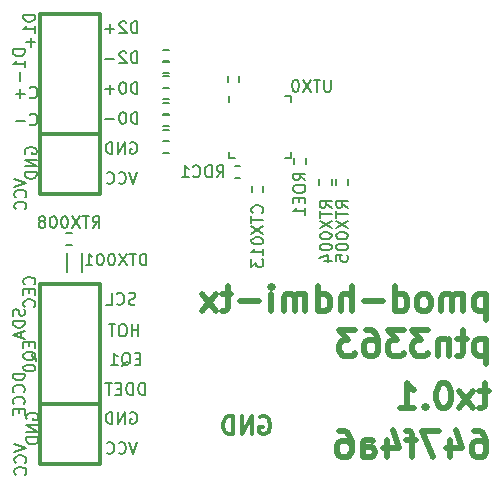
<source format=gbo>
G04 #@! TF.FileFunction,Legend,Bot*
%FSLAX46Y46*%
G04 Gerber Fmt 4.6, Leading zero omitted, Abs format (unit mm)*
G04 Created by KiCad (PCBNEW 4.0.6-e0-6349~53~ubuntu14.04.1) date Sat Jul 15 18:22:04 2017*
%MOMM*%
%LPD*%
G01*
G04 APERTURE LIST*
%ADD10C,0.350000*%
%ADD11C,0.300000*%
%ADD12C,0.539750*%
%ADD13C,0.150000*%
%ADD14C,0.304800*%
G04 APERTURE END LIST*
D10*
D11*
X101536357Y-106882500D02*
X101679214Y-106811071D01*
X101893500Y-106811071D01*
X102107785Y-106882500D01*
X102250643Y-107025357D01*
X102322071Y-107168214D01*
X102393500Y-107453929D01*
X102393500Y-107668214D01*
X102322071Y-107953929D01*
X102250643Y-108096786D01*
X102107785Y-108239643D01*
X101893500Y-108311071D01*
X101750643Y-108311071D01*
X101536357Y-108239643D01*
X101464928Y-108168214D01*
X101464928Y-107668214D01*
X101750643Y-107668214D01*
X100822071Y-108311071D02*
X100822071Y-106811071D01*
X99964928Y-108311071D01*
X99964928Y-106811071D01*
X99250642Y-108311071D02*
X99250642Y-106811071D01*
X98893499Y-106811071D01*
X98679214Y-106882500D01*
X98536356Y-107025357D01*
X98464928Y-107168214D01*
X98393499Y-107453929D01*
X98393499Y-107668214D01*
X98464928Y-107953929D01*
X98536356Y-108096786D01*
X98679214Y-108239643D01*
X98893499Y-108311071D01*
X99250642Y-108311071D01*
D12*
X119667867Y-108063090D02*
X120079105Y-108063090D01*
X120284724Y-108165900D01*
X120387533Y-108268710D01*
X120593152Y-108577138D01*
X120695962Y-108988376D01*
X120695962Y-109810852D01*
X120593152Y-110016471D01*
X120490343Y-110119281D01*
X120284724Y-110222090D01*
X119873486Y-110222090D01*
X119667867Y-110119281D01*
X119565057Y-110016471D01*
X119462248Y-109810852D01*
X119462248Y-109296805D01*
X119565057Y-109091186D01*
X119667867Y-108988376D01*
X119873486Y-108885567D01*
X120284724Y-108885567D01*
X120490343Y-108988376D01*
X120593152Y-109091186D01*
X120695962Y-109296805D01*
X117611677Y-108782757D02*
X117611677Y-110222090D01*
X118125724Y-107960281D02*
X118639772Y-109502424D01*
X117303248Y-109502424D01*
X116686391Y-108063090D02*
X115247058Y-108063090D01*
X116172344Y-110222090D01*
X114733011Y-108782757D02*
X113910535Y-108782757D01*
X114424582Y-110222090D02*
X114424582Y-108371519D01*
X114321773Y-108165900D01*
X114116154Y-108063090D01*
X113910535Y-108063090D01*
X112265583Y-108782757D02*
X112265583Y-110222090D01*
X112779630Y-107960281D02*
X113293678Y-109502424D01*
X111957154Y-109502424D01*
X110209393Y-110222090D02*
X110209393Y-109091186D01*
X110312202Y-108885567D01*
X110517821Y-108782757D01*
X110929059Y-108782757D01*
X111134678Y-108885567D01*
X110209393Y-110119281D02*
X110415012Y-110222090D01*
X110929059Y-110222090D01*
X111134678Y-110119281D01*
X111237488Y-109913662D01*
X111237488Y-109708043D01*
X111134678Y-109502424D01*
X110929059Y-109399614D01*
X110415012Y-109399614D01*
X110209393Y-109296805D01*
X108256012Y-108063090D02*
X108667250Y-108063090D01*
X108872869Y-108165900D01*
X108975678Y-108268710D01*
X109181297Y-108577138D01*
X109284107Y-108988376D01*
X109284107Y-109810852D01*
X109181297Y-110016471D01*
X109078488Y-110119281D01*
X108872869Y-110222090D01*
X108461631Y-110222090D01*
X108256012Y-110119281D01*
X108153202Y-110016471D01*
X108050393Y-109810852D01*
X108050393Y-109296805D01*
X108153202Y-109091186D01*
X108256012Y-108988376D01*
X108461631Y-108885567D01*
X108872869Y-108885567D01*
X109078488Y-108988376D01*
X109181297Y-109091186D01*
X109284107Y-109296805D01*
X120876181Y-104693357D02*
X120053705Y-104693357D01*
X120567752Y-103973690D02*
X120567752Y-105824262D01*
X120464943Y-106029881D01*
X120259324Y-106132690D01*
X120053705Y-106132690D01*
X119539657Y-106132690D02*
X118408753Y-104693357D01*
X119539657Y-104693357D02*
X118408753Y-106132690D01*
X117175038Y-103973690D02*
X116969419Y-103973690D01*
X116763800Y-104076500D01*
X116660991Y-104179310D01*
X116558181Y-104384929D01*
X116455372Y-104796167D01*
X116455372Y-105310214D01*
X116558181Y-105721452D01*
X116660991Y-105927071D01*
X116763800Y-106029881D01*
X116969419Y-106132690D01*
X117175038Y-106132690D01*
X117380657Y-106029881D01*
X117483467Y-105927071D01*
X117586276Y-105721452D01*
X117689086Y-105310214D01*
X117689086Y-104796167D01*
X117586276Y-104384929D01*
X117483467Y-104179310D01*
X117380657Y-104076500D01*
X117175038Y-103973690D01*
X115530086Y-105927071D02*
X115427277Y-106029881D01*
X115530086Y-106132690D01*
X115632896Y-106029881D01*
X115530086Y-105927071D01*
X115530086Y-106132690D01*
X113371087Y-106132690D02*
X114604801Y-106132690D01*
X113987944Y-106132690D02*
X113987944Y-103973690D01*
X114193563Y-104282119D01*
X114399182Y-104487738D01*
X114604801Y-104590548D01*
X120694752Y-96454232D02*
X120694752Y-98613232D01*
X120694752Y-96557042D02*
X120489133Y-96454232D01*
X120077895Y-96454232D01*
X119872276Y-96557042D01*
X119769467Y-96659851D01*
X119666657Y-96865470D01*
X119666657Y-97482327D01*
X119769467Y-97687946D01*
X119872276Y-97790756D01*
X120077895Y-97893565D01*
X120489133Y-97893565D01*
X120694752Y-97790756D01*
X118741371Y-97893565D02*
X118741371Y-96454232D01*
X118741371Y-96659851D02*
X118638562Y-96557042D01*
X118432943Y-96454232D01*
X118124514Y-96454232D01*
X117918895Y-96557042D01*
X117816086Y-96762661D01*
X117816086Y-97893565D01*
X117816086Y-96762661D02*
X117713276Y-96557042D01*
X117507657Y-96454232D01*
X117199229Y-96454232D01*
X116993609Y-96557042D01*
X116890800Y-96762661D01*
X116890800Y-97893565D01*
X115554276Y-97893565D02*
X115759895Y-97790756D01*
X115862704Y-97687946D01*
X115965514Y-97482327D01*
X115965514Y-96865470D01*
X115862704Y-96659851D01*
X115759895Y-96557042D01*
X115554276Y-96454232D01*
X115245847Y-96454232D01*
X115040228Y-96557042D01*
X114937419Y-96659851D01*
X114834609Y-96865470D01*
X114834609Y-97482327D01*
X114937419Y-97687946D01*
X115040228Y-97790756D01*
X115245847Y-97893565D01*
X115554276Y-97893565D01*
X112984038Y-97893565D02*
X112984038Y-95734565D01*
X112984038Y-97790756D02*
X113189657Y-97893565D01*
X113600895Y-97893565D01*
X113806514Y-97790756D01*
X113909323Y-97687946D01*
X114012133Y-97482327D01*
X114012133Y-96865470D01*
X113909323Y-96659851D01*
X113806514Y-96557042D01*
X113600895Y-96454232D01*
X113189657Y-96454232D01*
X112984038Y-96557042D01*
X111955942Y-97071089D02*
X110310990Y-97071089D01*
X109282894Y-97893565D02*
X109282894Y-95734565D01*
X108357609Y-97893565D02*
X108357609Y-96762661D01*
X108460418Y-96557042D01*
X108666037Y-96454232D01*
X108974466Y-96454232D01*
X109180085Y-96557042D01*
X109282894Y-96659851D01*
X106404228Y-97893565D02*
X106404228Y-95734565D01*
X106404228Y-97790756D02*
X106609847Y-97893565D01*
X107021085Y-97893565D01*
X107226704Y-97790756D01*
X107329513Y-97687946D01*
X107432323Y-97482327D01*
X107432323Y-96865470D01*
X107329513Y-96659851D01*
X107226704Y-96557042D01*
X107021085Y-96454232D01*
X106609847Y-96454232D01*
X106404228Y-96557042D01*
X105376132Y-97893565D02*
X105376132Y-96454232D01*
X105376132Y-96659851D02*
X105273323Y-96557042D01*
X105067704Y-96454232D01*
X104759275Y-96454232D01*
X104553656Y-96557042D01*
X104450847Y-96762661D01*
X104450847Y-97893565D01*
X104450847Y-96762661D02*
X104348037Y-96557042D01*
X104142418Y-96454232D01*
X103833990Y-96454232D01*
X103628370Y-96557042D01*
X103525561Y-96762661D01*
X103525561Y-97893565D01*
X102497465Y-97893565D02*
X102497465Y-96454232D01*
X102497465Y-95734565D02*
X102600275Y-95837375D01*
X102497465Y-95940185D01*
X102394656Y-95837375D01*
X102497465Y-95734565D01*
X102497465Y-95940185D01*
X101469370Y-97071089D02*
X99824418Y-97071089D01*
X99104751Y-96454232D02*
X98282275Y-96454232D01*
X98796322Y-95734565D02*
X98796322Y-97585137D01*
X98693513Y-97790756D01*
X98487894Y-97893565D01*
X98282275Y-97893565D01*
X97768227Y-97893565D02*
X96637323Y-96454232D01*
X97768227Y-96454232D02*
X96637323Y-97893565D01*
X120694752Y-100232482D02*
X120694752Y-102391482D01*
X120694752Y-100335292D02*
X120489133Y-100232482D01*
X120077895Y-100232482D01*
X119872276Y-100335292D01*
X119769467Y-100438101D01*
X119666657Y-100643720D01*
X119666657Y-101260577D01*
X119769467Y-101466196D01*
X119872276Y-101569006D01*
X120077895Y-101671815D01*
X120489133Y-101671815D01*
X120694752Y-101569006D01*
X119049800Y-100232482D02*
X118227324Y-100232482D01*
X118741371Y-99512815D02*
X118741371Y-101363387D01*
X118638562Y-101569006D01*
X118432943Y-101671815D01*
X118227324Y-101671815D01*
X117507657Y-100232482D02*
X117507657Y-101671815D01*
X117507657Y-100438101D02*
X117404848Y-100335292D01*
X117199229Y-100232482D01*
X116890800Y-100232482D01*
X116685181Y-100335292D01*
X116582372Y-100540911D01*
X116582372Y-101671815D01*
X115759895Y-99512815D02*
X114423372Y-99512815D01*
X115143038Y-100335292D01*
X114834610Y-100335292D01*
X114628991Y-100438101D01*
X114526181Y-100540911D01*
X114423372Y-100746530D01*
X114423372Y-101260577D01*
X114526181Y-101466196D01*
X114628991Y-101569006D01*
X114834610Y-101671815D01*
X115451467Y-101671815D01*
X115657086Y-101569006D01*
X115759895Y-101466196D01*
X113703705Y-99512815D02*
X112367182Y-99512815D01*
X113086848Y-100335292D01*
X112778420Y-100335292D01*
X112572801Y-100438101D01*
X112469991Y-100540911D01*
X112367182Y-100746530D01*
X112367182Y-101260577D01*
X112469991Y-101466196D01*
X112572801Y-101569006D01*
X112778420Y-101671815D01*
X113395277Y-101671815D01*
X113600896Y-101569006D01*
X113703705Y-101466196D01*
X110516611Y-99512815D02*
X110927849Y-99512815D01*
X111133468Y-99615625D01*
X111236277Y-99718435D01*
X111441896Y-100026863D01*
X111544706Y-100438101D01*
X111544706Y-101260577D01*
X111441896Y-101466196D01*
X111339087Y-101569006D01*
X111133468Y-101671815D01*
X110722230Y-101671815D01*
X110516611Y-101569006D01*
X110413801Y-101466196D01*
X110310992Y-101260577D01*
X110310992Y-100746530D01*
X110413801Y-100540911D01*
X110516611Y-100438101D01*
X110722230Y-100335292D01*
X111133468Y-100335292D01*
X111339087Y-100438101D01*
X111441896Y-100540911D01*
X111544706Y-100746530D01*
X109591325Y-99512815D02*
X108254802Y-99512815D01*
X108974468Y-100335292D01*
X108666040Y-100335292D01*
X108460421Y-100438101D01*
X108357611Y-100540911D01*
X108254802Y-100746530D01*
X108254802Y-101260577D01*
X108357611Y-101466196D01*
X108460421Y-101569006D01*
X108666040Y-101671815D01*
X109282897Y-101671815D01*
X109488516Y-101569006D01*
X109591325Y-101466196D01*
D13*
X91765238Y-104973381D02*
X91765238Y-103973381D01*
X91527143Y-103973381D01*
X91384285Y-104021000D01*
X91289047Y-104116238D01*
X91241428Y-104211476D01*
X91193809Y-104401952D01*
X91193809Y-104544810D01*
X91241428Y-104735286D01*
X91289047Y-104830524D01*
X91384285Y-104925762D01*
X91527143Y-104973381D01*
X91765238Y-104973381D01*
X90765238Y-104973381D02*
X90765238Y-103973381D01*
X90527143Y-103973381D01*
X90384285Y-104021000D01*
X90289047Y-104116238D01*
X90241428Y-104211476D01*
X90193809Y-104401952D01*
X90193809Y-104544810D01*
X90241428Y-104735286D01*
X90289047Y-104830524D01*
X90384285Y-104925762D01*
X90527143Y-104973381D01*
X90765238Y-104973381D01*
X89765238Y-104449571D02*
X89431904Y-104449571D01*
X89289047Y-104973381D02*
X89765238Y-104973381D01*
X89765238Y-103973381D01*
X89289047Y-103973381D01*
X89003333Y-103973381D02*
X88431904Y-103973381D01*
X88717619Y-104973381D02*
X88717619Y-103973381D01*
X91384286Y-101909571D02*
X91050952Y-101909571D01*
X90908095Y-102433381D02*
X91384286Y-102433381D01*
X91384286Y-101433381D01*
X90908095Y-101433381D01*
X89812857Y-102528619D02*
X89908095Y-102481000D01*
X90003333Y-102385762D01*
X90146190Y-102242905D01*
X90241429Y-102195286D01*
X90336667Y-102195286D01*
X90289048Y-102433381D02*
X90384286Y-102385762D01*
X90479524Y-102290524D01*
X90527143Y-102100048D01*
X90527143Y-101766714D01*
X90479524Y-101576238D01*
X90384286Y-101481000D01*
X90289048Y-101433381D01*
X90098571Y-101433381D01*
X90003333Y-101481000D01*
X89908095Y-101576238D01*
X89860476Y-101766714D01*
X89860476Y-102100048D01*
X89908095Y-102290524D01*
X90003333Y-102385762D01*
X90098571Y-102433381D01*
X90289048Y-102433381D01*
X88908095Y-102433381D02*
X89479524Y-102433381D01*
X89193810Y-102433381D02*
X89193810Y-101433381D01*
X89289048Y-101576238D01*
X89384286Y-101671476D01*
X89479524Y-101719095D01*
X91233476Y-100020381D02*
X91233476Y-99020381D01*
X91233476Y-99496571D02*
X90662047Y-99496571D01*
X90662047Y-100020381D02*
X90662047Y-99020381D01*
X89995381Y-99020381D02*
X89804904Y-99020381D01*
X89709666Y-99068000D01*
X89614428Y-99163238D01*
X89566809Y-99353714D01*
X89566809Y-99687048D01*
X89614428Y-99877524D01*
X89709666Y-99972762D01*
X89804904Y-100020381D01*
X89995381Y-100020381D01*
X90090619Y-99972762D01*
X90185857Y-99877524D01*
X90233476Y-99687048D01*
X90233476Y-99353714D01*
X90185857Y-99163238D01*
X90090619Y-99068000D01*
X89995381Y-99020381D01*
X89281095Y-99020381D02*
X88709666Y-99020381D01*
X88995381Y-100020381D02*
X88995381Y-99020381D01*
X82399143Y-95623143D02*
X82446762Y-95575524D01*
X82494381Y-95432667D01*
X82494381Y-95337429D01*
X82446762Y-95194571D01*
X82351524Y-95099333D01*
X82256286Y-95051714D01*
X82065810Y-95004095D01*
X81922952Y-95004095D01*
X81732476Y-95051714D01*
X81637238Y-95099333D01*
X81542000Y-95194571D01*
X81494381Y-95337429D01*
X81494381Y-95432667D01*
X81542000Y-95575524D01*
X81589619Y-95623143D01*
X81970571Y-96051714D02*
X81970571Y-96385048D01*
X82494381Y-96527905D02*
X82494381Y-96051714D01*
X81494381Y-96051714D01*
X81494381Y-96527905D01*
X82399143Y-97527905D02*
X82446762Y-97480286D01*
X82494381Y-97337429D01*
X82494381Y-97242191D01*
X82446762Y-97099333D01*
X82351524Y-97004095D01*
X82256286Y-96956476D01*
X82065810Y-96908857D01*
X81922952Y-96908857D01*
X81732476Y-96956476D01*
X81637238Y-97004095D01*
X81542000Y-97099333D01*
X81494381Y-97242191D01*
X81494381Y-97337429D01*
X81542000Y-97480286D01*
X81589619Y-97527905D01*
X81557762Y-97718714D02*
X81605381Y-97861571D01*
X81605381Y-98099667D01*
X81557762Y-98194905D01*
X81510143Y-98242524D01*
X81414905Y-98290143D01*
X81319667Y-98290143D01*
X81224429Y-98242524D01*
X81176810Y-98194905D01*
X81129190Y-98099667D01*
X81081571Y-97909190D01*
X81033952Y-97813952D01*
X80986333Y-97766333D01*
X80891095Y-97718714D01*
X80795857Y-97718714D01*
X80700619Y-97766333D01*
X80653000Y-97813952D01*
X80605381Y-97909190D01*
X80605381Y-98147286D01*
X80653000Y-98290143D01*
X81605381Y-98718714D02*
X80605381Y-98718714D01*
X80605381Y-98956809D01*
X80653000Y-99099667D01*
X80748238Y-99194905D01*
X80843476Y-99242524D01*
X81033952Y-99290143D01*
X81176810Y-99290143D01*
X81367286Y-99242524D01*
X81462524Y-99194905D01*
X81557762Y-99099667D01*
X81605381Y-98956809D01*
X81605381Y-98718714D01*
X81319667Y-99671095D02*
X81319667Y-100147286D01*
X81605381Y-99575857D02*
X80605381Y-99909190D01*
X81605381Y-100242524D01*
X81970571Y-100512714D02*
X81970571Y-100846048D01*
X82494381Y-100988905D02*
X82494381Y-100512714D01*
X81494381Y-100512714D01*
X81494381Y-100988905D01*
X82589619Y-102084143D02*
X82542000Y-101988905D01*
X82446762Y-101893667D01*
X82303905Y-101750810D01*
X82256286Y-101655571D01*
X82256286Y-101560333D01*
X82494381Y-101607952D02*
X82446762Y-101512714D01*
X82351524Y-101417476D01*
X82161048Y-101369857D01*
X81827714Y-101369857D01*
X81637238Y-101417476D01*
X81542000Y-101512714D01*
X81494381Y-101607952D01*
X81494381Y-101798429D01*
X81542000Y-101893667D01*
X81637238Y-101988905D01*
X81827714Y-102036524D01*
X82161048Y-102036524D01*
X82351524Y-101988905D01*
X82446762Y-101893667D01*
X82494381Y-101798429D01*
X82494381Y-101607952D01*
X81494381Y-102655571D02*
X81494381Y-102750810D01*
X81542000Y-102846048D01*
X81589619Y-102893667D01*
X81684857Y-102941286D01*
X81875333Y-102988905D01*
X82113429Y-102988905D01*
X82303905Y-102941286D01*
X82399143Y-102893667D01*
X82446762Y-102846048D01*
X82494381Y-102750810D01*
X82494381Y-102655571D01*
X82446762Y-102560333D01*
X82399143Y-102512714D01*
X82303905Y-102465095D01*
X82113429Y-102417476D01*
X81875333Y-102417476D01*
X81684857Y-102465095D01*
X81589619Y-102512714D01*
X81542000Y-102560333D01*
X81494381Y-102655571D01*
X81605381Y-103187714D02*
X80605381Y-103187714D01*
X80605381Y-103425809D01*
X80653000Y-103568667D01*
X80748238Y-103663905D01*
X80843476Y-103711524D01*
X81033952Y-103759143D01*
X81176810Y-103759143D01*
X81367286Y-103711524D01*
X81462524Y-103663905D01*
X81557762Y-103568667D01*
X81605381Y-103425809D01*
X81605381Y-103187714D01*
X81510143Y-104759143D02*
X81557762Y-104711524D01*
X81605381Y-104568667D01*
X81605381Y-104473429D01*
X81557762Y-104330571D01*
X81462524Y-104235333D01*
X81367286Y-104187714D01*
X81176810Y-104140095D01*
X81033952Y-104140095D01*
X80843476Y-104187714D01*
X80748238Y-104235333D01*
X80653000Y-104330571D01*
X80605381Y-104473429D01*
X80605381Y-104568667D01*
X80653000Y-104711524D01*
X80700619Y-104759143D01*
X81510143Y-105759143D02*
X81557762Y-105711524D01*
X81605381Y-105568667D01*
X81605381Y-105473429D01*
X81557762Y-105330571D01*
X81462524Y-105235333D01*
X81367286Y-105187714D01*
X81176810Y-105140095D01*
X81033952Y-105140095D01*
X80843476Y-105187714D01*
X80748238Y-105235333D01*
X80653000Y-105330571D01*
X80605381Y-105473429D01*
X80605381Y-105568667D01*
X80653000Y-105711524D01*
X80700619Y-105759143D01*
X81081571Y-106187714D02*
X81081571Y-106521048D01*
X81605381Y-106663905D02*
X81605381Y-106187714D01*
X80605381Y-106187714D01*
X80605381Y-106663905D01*
X81796000Y-107061096D02*
X81748381Y-106965858D01*
X81748381Y-106823001D01*
X81796000Y-106680143D01*
X81891238Y-106584905D01*
X81986476Y-106537286D01*
X82176952Y-106489667D01*
X82319810Y-106489667D01*
X82510286Y-106537286D01*
X82605524Y-106584905D01*
X82700762Y-106680143D01*
X82748381Y-106823001D01*
X82748381Y-106918239D01*
X82700762Y-107061096D01*
X82653143Y-107108715D01*
X82319810Y-107108715D01*
X82319810Y-106918239D01*
X82748381Y-107537286D02*
X81748381Y-107537286D01*
X82748381Y-108108715D01*
X81748381Y-108108715D01*
X82748381Y-108584905D02*
X81748381Y-108584905D01*
X81748381Y-108823000D01*
X81796000Y-108965858D01*
X81891238Y-109061096D01*
X81986476Y-109108715D01*
X82176952Y-109156334D01*
X82319810Y-109156334D01*
X82510286Y-109108715D01*
X82605524Y-109061096D01*
X82700762Y-108965858D01*
X82748381Y-108823000D01*
X82748381Y-108584905D01*
X80732381Y-109156667D02*
X81732381Y-109490000D01*
X80732381Y-109823334D01*
X81637143Y-110728096D02*
X81684762Y-110680477D01*
X81732381Y-110537620D01*
X81732381Y-110442382D01*
X81684762Y-110299524D01*
X81589524Y-110204286D01*
X81494286Y-110156667D01*
X81303810Y-110109048D01*
X81160952Y-110109048D01*
X80970476Y-110156667D01*
X80875238Y-110204286D01*
X80780000Y-110299524D01*
X80732381Y-110442382D01*
X80732381Y-110537620D01*
X80780000Y-110680477D01*
X80827619Y-110728096D01*
X81637143Y-111728096D02*
X81684762Y-111680477D01*
X81732381Y-111537620D01*
X81732381Y-111442382D01*
X81684762Y-111299524D01*
X81589524Y-111204286D01*
X81494286Y-111156667D01*
X81303810Y-111109048D01*
X81160952Y-111109048D01*
X80970476Y-111156667D01*
X80875238Y-111204286D01*
X80780000Y-111299524D01*
X80732381Y-111442382D01*
X80732381Y-111537620D01*
X80780000Y-111680477D01*
X80827619Y-111728096D01*
X80732381Y-86677667D02*
X81732381Y-87011000D01*
X80732381Y-87344334D01*
X81637143Y-88249096D02*
X81684762Y-88201477D01*
X81732381Y-88058620D01*
X81732381Y-87963382D01*
X81684762Y-87820524D01*
X81589524Y-87725286D01*
X81494286Y-87677667D01*
X81303810Y-87630048D01*
X81160952Y-87630048D01*
X80970476Y-87677667D01*
X80875238Y-87725286D01*
X80780000Y-87820524D01*
X80732381Y-87963382D01*
X80732381Y-88058620D01*
X80780000Y-88201477D01*
X80827619Y-88249096D01*
X81637143Y-89249096D02*
X81684762Y-89201477D01*
X81732381Y-89058620D01*
X81732381Y-88963382D01*
X81684762Y-88820524D01*
X81589524Y-88725286D01*
X81494286Y-88677667D01*
X81303810Y-88630048D01*
X81160952Y-88630048D01*
X80970476Y-88677667D01*
X80875238Y-88725286D01*
X80780000Y-88820524D01*
X80732381Y-88963382D01*
X80732381Y-89058620D01*
X80780000Y-89201477D01*
X80827619Y-89249096D01*
X81669000Y-84582096D02*
X81621381Y-84486858D01*
X81621381Y-84344001D01*
X81669000Y-84201143D01*
X81764238Y-84105905D01*
X81859476Y-84058286D01*
X82049952Y-84010667D01*
X82192810Y-84010667D01*
X82383286Y-84058286D01*
X82478524Y-84105905D01*
X82573762Y-84201143D01*
X82621381Y-84344001D01*
X82621381Y-84439239D01*
X82573762Y-84582096D01*
X82526143Y-84629715D01*
X82192810Y-84629715D01*
X82192810Y-84439239D01*
X82621381Y-85058286D02*
X81621381Y-85058286D01*
X82621381Y-85629715D01*
X81621381Y-85629715D01*
X82621381Y-86105905D02*
X81621381Y-86105905D01*
X81621381Y-86344000D01*
X81669000Y-86486858D01*
X81764238Y-86582096D01*
X81859476Y-86629715D01*
X82049952Y-86677334D01*
X82192810Y-86677334D01*
X82383286Y-86629715D01*
X82478524Y-86582096D01*
X82573762Y-86486858D01*
X82621381Y-86344000D01*
X82621381Y-86105905D01*
X82034023Y-82081643D02*
X82081642Y-82129262D01*
X82224499Y-82176881D01*
X82319737Y-82176881D01*
X82462595Y-82129262D01*
X82557833Y-82034024D01*
X82605452Y-81938786D01*
X82653071Y-81748310D01*
X82653071Y-81605452D01*
X82605452Y-81414976D01*
X82557833Y-81319738D01*
X82462595Y-81224500D01*
X82319737Y-81176881D01*
X82224499Y-81176881D01*
X82081642Y-81224500D01*
X82034023Y-81272119D01*
X81605452Y-81795929D02*
X80843547Y-81795929D01*
X82034023Y-79795643D02*
X82081642Y-79843262D01*
X82224499Y-79890881D01*
X82319737Y-79890881D01*
X82462595Y-79843262D01*
X82557833Y-79748024D01*
X82605452Y-79652786D01*
X82653071Y-79462310D01*
X82653071Y-79319452D01*
X82605452Y-79128976D01*
X82557833Y-79033738D01*
X82462595Y-78938500D01*
X82319737Y-78890881D01*
X82224499Y-78890881D01*
X82081642Y-78938500D01*
X82034023Y-78986119D01*
X81605452Y-79509929D02*
X80843547Y-79509929D01*
X81224499Y-79890881D02*
X81224499Y-79128976D01*
X81605381Y-75731857D02*
X80605381Y-75731857D01*
X80605381Y-75969952D01*
X80653000Y-76112810D01*
X80748238Y-76208048D01*
X80843476Y-76255667D01*
X81033952Y-76303286D01*
X81176810Y-76303286D01*
X81367286Y-76255667D01*
X81462524Y-76208048D01*
X81557762Y-76112810D01*
X81605381Y-75969952D01*
X81605381Y-75731857D01*
X81605381Y-77255667D02*
X81605381Y-76684238D01*
X81605381Y-76969952D02*
X80605381Y-76969952D01*
X80748238Y-76874714D01*
X80843476Y-76779476D01*
X80891095Y-76684238D01*
X81224429Y-77684238D02*
X81224429Y-78446143D01*
X82494381Y-72810857D02*
X81494381Y-72810857D01*
X81494381Y-73048952D01*
X81542000Y-73191810D01*
X81637238Y-73287048D01*
X81732476Y-73334667D01*
X81922952Y-73382286D01*
X82065810Y-73382286D01*
X82256286Y-73334667D01*
X82351524Y-73287048D01*
X82446762Y-73191810D01*
X82494381Y-73048952D01*
X82494381Y-72810857D01*
X82494381Y-74334667D02*
X82494381Y-73763238D01*
X82494381Y-74048952D02*
X81494381Y-74048952D01*
X81637238Y-73953714D01*
X81732476Y-73858476D01*
X81780095Y-73763238D01*
X82113429Y-74763238D02*
X82113429Y-75525143D01*
X82494381Y-75144191D02*
X81732476Y-75144191D01*
X91146143Y-82049881D02*
X91146143Y-81049881D01*
X90908048Y-81049881D01*
X90765190Y-81097500D01*
X90669952Y-81192738D01*
X90622333Y-81287976D01*
X90574714Y-81478452D01*
X90574714Y-81621310D01*
X90622333Y-81811786D01*
X90669952Y-81907024D01*
X90765190Y-82002262D01*
X90908048Y-82049881D01*
X91146143Y-82049881D01*
X89955667Y-81049881D02*
X89860428Y-81049881D01*
X89765190Y-81097500D01*
X89717571Y-81145119D01*
X89669952Y-81240357D01*
X89622333Y-81430833D01*
X89622333Y-81668929D01*
X89669952Y-81859405D01*
X89717571Y-81954643D01*
X89765190Y-82002262D01*
X89860428Y-82049881D01*
X89955667Y-82049881D01*
X90050905Y-82002262D01*
X90098524Y-81954643D01*
X90146143Y-81859405D01*
X90193762Y-81668929D01*
X90193762Y-81430833D01*
X90146143Y-81240357D01*
X90098524Y-81145119D01*
X90050905Y-81097500D01*
X89955667Y-81049881D01*
X89193762Y-81668929D02*
X88431857Y-81668929D01*
X91146143Y-79509881D02*
X91146143Y-78509881D01*
X90908048Y-78509881D01*
X90765190Y-78557500D01*
X90669952Y-78652738D01*
X90622333Y-78747976D01*
X90574714Y-78938452D01*
X90574714Y-79081310D01*
X90622333Y-79271786D01*
X90669952Y-79367024D01*
X90765190Y-79462262D01*
X90908048Y-79509881D01*
X91146143Y-79509881D01*
X89955667Y-78509881D02*
X89860428Y-78509881D01*
X89765190Y-78557500D01*
X89717571Y-78605119D01*
X89669952Y-78700357D01*
X89622333Y-78890833D01*
X89622333Y-79128929D01*
X89669952Y-79319405D01*
X89717571Y-79414643D01*
X89765190Y-79462262D01*
X89860428Y-79509881D01*
X89955667Y-79509881D01*
X90050905Y-79462262D01*
X90098524Y-79414643D01*
X90146143Y-79319405D01*
X90193762Y-79128929D01*
X90193762Y-78890833D01*
X90146143Y-78700357D01*
X90098524Y-78605119D01*
X90050905Y-78557500D01*
X89955667Y-78509881D01*
X89193762Y-79128929D02*
X88431857Y-79128929D01*
X88812809Y-79509881D02*
X88812809Y-78747976D01*
X91146143Y-76906381D02*
X91146143Y-75906381D01*
X90908048Y-75906381D01*
X90765190Y-75954000D01*
X90669952Y-76049238D01*
X90622333Y-76144476D01*
X90574714Y-76334952D01*
X90574714Y-76477810D01*
X90622333Y-76668286D01*
X90669952Y-76763524D01*
X90765190Y-76858762D01*
X90908048Y-76906381D01*
X91146143Y-76906381D01*
X90193762Y-76001619D02*
X90146143Y-75954000D01*
X90050905Y-75906381D01*
X89812809Y-75906381D01*
X89717571Y-75954000D01*
X89669952Y-76001619D01*
X89622333Y-76096857D01*
X89622333Y-76192095D01*
X89669952Y-76334952D01*
X90241381Y-76906381D01*
X89622333Y-76906381D01*
X89193762Y-76525429D02*
X88431857Y-76525429D01*
X99876000Y-86631000D02*
X99376000Y-86631000D01*
X99376000Y-85581000D02*
X99876000Y-85581000D01*
X105427000Y-84967000D02*
X105427000Y-85467000D01*
X104377000Y-85467000D02*
X104377000Y-84967000D01*
X98889000Y-84939000D02*
X99414000Y-84939000D01*
X104139000Y-79689000D02*
X103614000Y-79689000D01*
X104139000Y-84939000D02*
X103614000Y-84939000D01*
X98889000Y-79689000D02*
X98889000Y-80214000D01*
X104139000Y-79689000D02*
X104139000Y-80214000D01*
X104139000Y-84939000D02*
X104139000Y-84414000D01*
X98889000Y-84939000D02*
X98889000Y-84414000D01*
X93300000Y-82525000D02*
X93800000Y-82525000D01*
X93800000Y-83475000D02*
X93300000Y-83475000D01*
X93300000Y-83525000D02*
X93800000Y-83525000D01*
X93800000Y-84475000D02*
X93300000Y-84475000D01*
X93300000Y-80275000D02*
X93800000Y-80275000D01*
X93800000Y-81225000D02*
X93300000Y-81225000D01*
X93300000Y-81275000D02*
X93800000Y-81275000D01*
X93800000Y-82225000D02*
X93300000Y-82225000D01*
X93307000Y-78025000D02*
X93807000Y-78025000D01*
X93807000Y-78975000D02*
X93307000Y-78975000D01*
X93300000Y-79025000D02*
X93800000Y-79025000D01*
X93800000Y-79975000D02*
X93300000Y-79975000D01*
X93307000Y-75775000D02*
X93807000Y-75775000D01*
X93807000Y-76725000D02*
X93307000Y-76725000D01*
X93300000Y-76775000D02*
X93800000Y-76775000D01*
X93800000Y-77725000D02*
X93300000Y-77725000D01*
X101821000Y-87338000D02*
X101821000Y-87838000D01*
X100871000Y-87838000D02*
X100871000Y-87338000D01*
X98839000Y-78524000D02*
X98839000Y-78024000D01*
X99789000Y-78024000D02*
X99789000Y-78524000D01*
X86426600Y-92987800D02*
X86426600Y-94587800D01*
X85226600Y-92987800D02*
X85226600Y-94587800D01*
X107586000Y-86745000D02*
X107586000Y-87245000D01*
X106536000Y-87245000D02*
X106536000Y-86745000D01*
X108983000Y-86745000D02*
X108983000Y-87245000D01*
X107933000Y-87245000D02*
X107933000Y-86745000D01*
X85626600Y-92320600D02*
X85126600Y-92320600D01*
X85126600Y-91270600D02*
X85626600Y-91270600D01*
D14*
X88020000Y-82862000D02*
X82940000Y-82862000D01*
X88020000Y-72702000D02*
X82940000Y-72702000D01*
X88020000Y-87942000D02*
X88020000Y-72702000D01*
X82940000Y-87942000D02*
X88020000Y-87942000D01*
X82940000Y-72702000D02*
X82940000Y-87942000D01*
X88020000Y-105722000D02*
X82940000Y-105722000D01*
X88020000Y-95562000D02*
X82940000Y-95562000D01*
X88020000Y-110802000D02*
X88020000Y-95562000D01*
X82940000Y-110802000D02*
X88020000Y-110802000D01*
X82940000Y-95562000D02*
X82940000Y-110802000D01*
D13*
X97864466Y-86558381D02*
X98197800Y-86082190D01*
X98435895Y-86558381D02*
X98435895Y-85558381D01*
X98054942Y-85558381D01*
X97959704Y-85606000D01*
X97912085Y-85653619D01*
X97864466Y-85748857D01*
X97864466Y-85891714D01*
X97912085Y-85986952D01*
X97959704Y-86034571D01*
X98054942Y-86082190D01*
X98435895Y-86082190D01*
X97435895Y-86558381D02*
X97435895Y-85558381D01*
X97197800Y-85558381D01*
X97054942Y-85606000D01*
X96959704Y-85701238D01*
X96912085Y-85796476D01*
X96864466Y-85986952D01*
X96864466Y-86129810D01*
X96912085Y-86320286D01*
X96959704Y-86415524D01*
X97054942Y-86510762D01*
X97197800Y-86558381D01*
X97435895Y-86558381D01*
X95864466Y-86463143D02*
X95912085Y-86510762D01*
X96054942Y-86558381D01*
X96150180Y-86558381D01*
X96293038Y-86510762D01*
X96388276Y-86415524D01*
X96435895Y-86320286D01*
X96483514Y-86129810D01*
X96483514Y-85986952D01*
X96435895Y-85796476D01*
X96388276Y-85701238D01*
X96293038Y-85606000D01*
X96150180Y-85558381D01*
X96054942Y-85558381D01*
X95912085Y-85606000D01*
X95864466Y-85653619D01*
X94912085Y-86558381D02*
X95483514Y-86558381D01*
X95197800Y-86558381D02*
X95197800Y-85558381D01*
X95293038Y-85701238D01*
X95388276Y-85796476D01*
X95483514Y-85844095D01*
X105354381Y-86817343D02*
X104878190Y-86484009D01*
X105354381Y-86245914D02*
X104354381Y-86245914D01*
X104354381Y-86626867D01*
X104402000Y-86722105D01*
X104449619Y-86769724D01*
X104544857Y-86817343D01*
X104687714Y-86817343D01*
X104782952Y-86769724D01*
X104830571Y-86722105D01*
X104878190Y-86626867D01*
X104878190Y-86245914D01*
X104354381Y-87436390D02*
X104354381Y-87626867D01*
X104402000Y-87722105D01*
X104497238Y-87817343D01*
X104687714Y-87864962D01*
X105021048Y-87864962D01*
X105211524Y-87817343D01*
X105306762Y-87722105D01*
X105354381Y-87626867D01*
X105354381Y-87436390D01*
X105306762Y-87341152D01*
X105211524Y-87245914D01*
X105021048Y-87198295D01*
X104687714Y-87198295D01*
X104497238Y-87245914D01*
X104402000Y-87341152D01*
X104354381Y-87436390D01*
X104830571Y-88293533D02*
X104830571Y-88626867D01*
X105354381Y-88769724D02*
X105354381Y-88293533D01*
X104354381Y-88293533D01*
X104354381Y-88769724D01*
X105354381Y-89722105D02*
X105354381Y-89150676D01*
X105354381Y-89436390D02*
X104354381Y-89436390D01*
X104497238Y-89341152D01*
X104592476Y-89245914D01*
X104640095Y-89150676D01*
X107537048Y-78319381D02*
X107537048Y-79128905D01*
X107489429Y-79224143D01*
X107441810Y-79271762D01*
X107346572Y-79319381D01*
X107156095Y-79319381D01*
X107060857Y-79271762D01*
X107013238Y-79224143D01*
X106965619Y-79128905D01*
X106965619Y-78319381D01*
X106632286Y-78319381D02*
X106060857Y-78319381D01*
X106346572Y-79319381D02*
X106346572Y-78319381D01*
X105822762Y-78319381D02*
X105156095Y-79319381D01*
X105156095Y-78319381D02*
X105822762Y-79319381D01*
X104584667Y-78319381D02*
X104489428Y-78319381D01*
X104394190Y-78367000D01*
X104346571Y-78414619D01*
X104298952Y-78509857D01*
X104251333Y-78700333D01*
X104251333Y-78938429D01*
X104298952Y-79128905D01*
X104346571Y-79224143D01*
X104394190Y-79271762D01*
X104489428Y-79319381D01*
X104584667Y-79319381D01*
X104679905Y-79271762D01*
X104727524Y-79224143D01*
X104775143Y-79128905D01*
X104822762Y-78938429D01*
X104822762Y-78700333D01*
X104775143Y-78509857D01*
X104727524Y-78414619D01*
X104679905Y-78367000D01*
X104584667Y-78319381D01*
X101703143Y-89565410D02*
X101750762Y-89517791D01*
X101798381Y-89374934D01*
X101798381Y-89279696D01*
X101750762Y-89136838D01*
X101655524Y-89041600D01*
X101560286Y-88993981D01*
X101369810Y-88946362D01*
X101226952Y-88946362D01*
X101036476Y-88993981D01*
X100941238Y-89041600D01*
X100846000Y-89136838D01*
X100798381Y-89279696D01*
X100798381Y-89374934D01*
X100846000Y-89517791D01*
X100893619Y-89565410D01*
X100798381Y-89851124D02*
X100798381Y-90422553D01*
X101798381Y-90136838D02*
X100798381Y-90136838D01*
X100798381Y-90660648D02*
X101798381Y-91327315D01*
X100798381Y-91327315D02*
X101798381Y-90660648D01*
X100798381Y-91898743D02*
X100798381Y-91993982D01*
X100846000Y-92089220D01*
X100893619Y-92136839D01*
X100988857Y-92184458D01*
X101179333Y-92232077D01*
X101417429Y-92232077D01*
X101607905Y-92184458D01*
X101703143Y-92136839D01*
X101750762Y-92089220D01*
X101798381Y-91993982D01*
X101798381Y-91898743D01*
X101750762Y-91803505D01*
X101703143Y-91755886D01*
X101607905Y-91708267D01*
X101417429Y-91660648D01*
X101179333Y-91660648D01*
X100988857Y-91708267D01*
X100893619Y-91755886D01*
X100846000Y-91803505D01*
X100798381Y-91898743D01*
X101798381Y-93184458D02*
X101798381Y-92613029D01*
X101798381Y-92898743D02*
X100798381Y-92898743D01*
X100941238Y-92803505D01*
X101036476Y-92708267D01*
X101084095Y-92613029D01*
X100798381Y-93517791D02*
X100798381Y-94136839D01*
X101179333Y-93803505D01*
X101179333Y-93946363D01*
X101226952Y-94041601D01*
X101274571Y-94089220D01*
X101369810Y-94136839D01*
X101607905Y-94136839D01*
X101703143Y-94089220D01*
X101750762Y-94041601D01*
X101798381Y-93946363D01*
X101798381Y-93660648D01*
X101750762Y-93565410D01*
X101703143Y-93517791D01*
X91904819Y-94025981D02*
X91904819Y-93025981D01*
X91666724Y-93025981D01*
X91523866Y-93073600D01*
X91428628Y-93168838D01*
X91381009Y-93264076D01*
X91333390Y-93454552D01*
X91333390Y-93597410D01*
X91381009Y-93787886D01*
X91428628Y-93883124D01*
X91523866Y-93978362D01*
X91666724Y-94025981D01*
X91904819Y-94025981D01*
X91047676Y-93025981D02*
X90476247Y-93025981D01*
X90761962Y-94025981D02*
X90761962Y-93025981D01*
X90238152Y-93025981D02*
X89571485Y-94025981D01*
X89571485Y-93025981D02*
X90238152Y-94025981D01*
X89000057Y-93025981D02*
X88904818Y-93025981D01*
X88809580Y-93073600D01*
X88761961Y-93121219D01*
X88714342Y-93216457D01*
X88666723Y-93406933D01*
X88666723Y-93645029D01*
X88714342Y-93835505D01*
X88761961Y-93930743D01*
X88809580Y-93978362D01*
X88904818Y-94025981D01*
X89000057Y-94025981D01*
X89095295Y-93978362D01*
X89142914Y-93930743D01*
X89190533Y-93835505D01*
X89238152Y-93645029D01*
X89238152Y-93406933D01*
X89190533Y-93216457D01*
X89142914Y-93121219D01*
X89095295Y-93073600D01*
X89000057Y-93025981D01*
X88047676Y-93025981D02*
X87952437Y-93025981D01*
X87857199Y-93073600D01*
X87809580Y-93121219D01*
X87761961Y-93216457D01*
X87714342Y-93406933D01*
X87714342Y-93645029D01*
X87761961Y-93835505D01*
X87809580Y-93930743D01*
X87857199Y-93978362D01*
X87952437Y-94025981D01*
X88047676Y-94025981D01*
X88142914Y-93978362D01*
X88190533Y-93930743D01*
X88238152Y-93835505D01*
X88285771Y-93645029D01*
X88285771Y-93406933D01*
X88238152Y-93216457D01*
X88190533Y-93121219D01*
X88142914Y-93073600D01*
X88047676Y-93025981D01*
X86761961Y-94025981D02*
X87333390Y-94025981D01*
X87047676Y-94025981D02*
X87047676Y-93025981D01*
X87142914Y-93168838D01*
X87238152Y-93264076D01*
X87333390Y-93311695D01*
X107589581Y-89133610D02*
X107113390Y-88800276D01*
X107589581Y-88562181D02*
X106589581Y-88562181D01*
X106589581Y-88943134D01*
X106637200Y-89038372D01*
X106684819Y-89085991D01*
X106780057Y-89133610D01*
X106922914Y-89133610D01*
X107018152Y-89085991D01*
X107065771Y-89038372D01*
X107113390Y-88943134D01*
X107113390Y-88562181D01*
X106589581Y-89419324D02*
X106589581Y-89990753D01*
X107589581Y-89705038D02*
X106589581Y-89705038D01*
X106589581Y-90228848D02*
X107589581Y-90895515D01*
X106589581Y-90895515D02*
X107589581Y-90228848D01*
X106589581Y-91466943D02*
X106589581Y-91562182D01*
X106637200Y-91657420D01*
X106684819Y-91705039D01*
X106780057Y-91752658D01*
X106970533Y-91800277D01*
X107208629Y-91800277D01*
X107399105Y-91752658D01*
X107494343Y-91705039D01*
X107541962Y-91657420D01*
X107589581Y-91562182D01*
X107589581Y-91466943D01*
X107541962Y-91371705D01*
X107494343Y-91324086D01*
X107399105Y-91276467D01*
X107208629Y-91228848D01*
X106970533Y-91228848D01*
X106780057Y-91276467D01*
X106684819Y-91324086D01*
X106637200Y-91371705D01*
X106589581Y-91466943D01*
X106589581Y-92419324D02*
X106589581Y-92514563D01*
X106637200Y-92609801D01*
X106684819Y-92657420D01*
X106780057Y-92705039D01*
X106970533Y-92752658D01*
X107208629Y-92752658D01*
X107399105Y-92705039D01*
X107494343Y-92657420D01*
X107541962Y-92609801D01*
X107589581Y-92514563D01*
X107589581Y-92419324D01*
X107541962Y-92324086D01*
X107494343Y-92276467D01*
X107399105Y-92228848D01*
X107208629Y-92181229D01*
X106970533Y-92181229D01*
X106780057Y-92228848D01*
X106684819Y-92276467D01*
X106637200Y-92324086D01*
X106589581Y-92419324D01*
X106922914Y-93609801D02*
X107589581Y-93609801D01*
X106541962Y-93371705D02*
X107256248Y-93133610D01*
X107256248Y-93752658D01*
X108961181Y-89133610D02*
X108484990Y-88800276D01*
X108961181Y-88562181D02*
X107961181Y-88562181D01*
X107961181Y-88943134D01*
X108008800Y-89038372D01*
X108056419Y-89085991D01*
X108151657Y-89133610D01*
X108294514Y-89133610D01*
X108389752Y-89085991D01*
X108437371Y-89038372D01*
X108484990Y-88943134D01*
X108484990Y-88562181D01*
X107961181Y-89419324D02*
X107961181Y-89990753D01*
X108961181Y-89705038D02*
X107961181Y-89705038D01*
X107961181Y-90228848D02*
X108961181Y-90895515D01*
X107961181Y-90895515D02*
X108961181Y-90228848D01*
X107961181Y-91466943D02*
X107961181Y-91562182D01*
X108008800Y-91657420D01*
X108056419Y-91705039D01*
X108151657Y-91752658D01*
X108342133Y-91800277D01*
X108580229Y-91800277D01*
X108770705Y-91752658D01*
X108865943Y-91705039D01*
X108913562Y-91657420D01*
X108961181Y-91562182D01*
X108961181Y-91466943D01*
X108913562Y-91371705D01*
X108865943Y-91324086D01*
X108770705Y-91276467D01*
X108580229Y-91228848D01*
X108342133Y-91228848D01*
X108151657Y-91276467D01*
X108056419Y-91324086D01*
X108008800Y-91371705D01*
X107961181Y-91466943D01*
X107961181Y-92419324D02*
X107961181Y-92514563D01*
X108008800Y-92609801D01*
X108056419Y-92657420D01*
X108151657Y-92705039D01*
X108342133Y-92752658D01*
X108580229Y-92752658D01*
X108770705Y-92705039D01*
X108865943Y-92657420D01*
X108913562Y-92609801D01*
X108961181Y-92514563D01*
X108961181Y-92419324D01*
X108913562Y-92324086D01*
X108865943Y-92276467D01*
X108770705Y-92228848D01*
X108580229Y-92181229D01*
X108342133Y-92181229D01*
X108151657Y-92228848D01*
X108056419Y-92276467D01*
X108008800Y-92324086D01*
X107961181Y-92419324D01*
X107961181Y-93657420D02*
X107961181Y-93181229D01*
X108437371Y-93133610D01*
X108389752Y-93181229D01*
X108342133Y-93276467D01*
X108342133Y-93514563D01*
X108389752Y-93609801D01*
X108437371Y-93657420D01*
X108532610Y-93705039D01*
X108770705Y-93705039D01*
X108865943Y-93657420D01*
X108913562Y-93609801D01*
X108961181Y-93514563D01*
X108961181Y-93276467D01*
X108913562Y-93181229D01*
X108865943Y-93133610D01*
X87352790Y-90850981D02*
X87686124Y-90374790D01*
X87924219Y-90850981D02*
X87924219Y-89850981D01*
X87543266Y-89850981D01*
X87448028Y-89898600D01*
X87400409Y-89946219D01*
X87352790Y-90041457D01*
X87352790Y-90184314D01*
X87400409Y-90279552D01*
X87448028Y-90327171D01*
X87543266Y-90374790D01*
X87924219Y-90374790D01*
X87067076Y-89850981D02*
X86495647Y-89850981D01*
X86781362Y-90850981D02*
X86781362Y-89850981D01*
X86257552Y-89850981D02*
X85590885Y-90850981D01*
X85590885Y-89850981D02*
X86257552Y-90850981D01*
X85019457Y-89850981D02*
X84924218Y-89850981D01*
X84828980Y-89898600D01*
X84781361Y-89946219D01*
X84733742Y-90041457D01*
X84686123Y-90231933D01*
X84686123Y-90470029D01*
X84733742Y-90660505D01*
X84781361Y-90755743D01*
X84828980Y-90803362D01*
X84924218Y-90850981D01*
X85019457Y-90850981D01*
X85114695Y-90803362D01*
X85162314Y-90755743D01*
X85209933Y-90660505D01*
X85257552Y-90470029D01*
X85257552Y-90231933D01*
X85209933Y-90041457D01*
X85162314Y-89946219D01*
X85114695Y-89898600D01*
X85019457Y-89850981D01*
X84067076Y-89850981D02*
X83971837Y-89850981D01*
X83876599Y-89898600D01*
X83828980Y-89946219D01*
X83781361Y-90041457D01*
X83733742Y-90231933D01*
X83733742Y-90470029D01*
X83781361Y-90660505D01*
X83828980Y-90755743D01*
X83876599Y-90803362D01*
X83971837Y-90850981D01*
X84067076Y-90850981D01*
X84162314Y-90803362D01*
X84209933Y-90755743D01*
X84257552Y-90660505D01*
X84305171Y-90470029D01*
X84305171Y-90231933D01*
X84257552Y-90041457D01*
X84209933Y-89946219D01*
X84162314Y-89898600D01*
X84067076Y-89850981D01*
X83162314Y-90279552D02*
X83257552Y-90231933D01*
X83305171Y-90184314D01*
X83352790Y-90089076D01*
X83352790Y-90041457D01*
X83305171Y-89946219D01*
X83257552Y-89898600D01*
X83162314Y-89850981D01*
X82971837Y-89850981D01*
X82876599Y-89898600D01*
X82828980Y-89946219D01*
X82781361Y-90041457D01*
X82781361Y-90089076D01*
X82828980Y-90184314D01*
X82876599Y-90231933D01*
X82971837Y-90279552D01*
X83162314Y-90279552D01*
X83257552Y-90327171D01*
X83305171Y-90374790D01*
X83352790Y-90470029D01*
X83352790Y-90660505D01*
X83305171Y-90755743D01*
X83257552Y-90803362D01*
X83162314Y-90850981D01*
X82971837Y-90850981D01*
X82876599Y-90803362D01*
X82828980Y-90755743D01*
X82781361Y-90660505D01*
X82781361Y-90470029D01*
X82828980Y-90374790D01*
X82876599Y-90327171D01*
X82971837Y-90279552D01*
X91146143Y-74366381D02*
X91146143Y-73366381D01*
X90908048Y-73366381D01*
X90765190Y-73414000D01*
X90669952Y-73509238D01*
X90622333Y-73604476D01*
X90574714Y-73794952D01*
X90574714Y-73937810D01*
X90622333Y-74128286D01*
X90669952Y-74223524D01*
X90765190Y-74318762D01*
X90908048Y-74366381D01*
X91146143Y-74366381D01*
X90193762Y-73461619D02*
X90146143Y-73414000D01*
X90050905Y-73366381D01*
X89812809Y-73366381D01*
X89717571Y-73414000D01*
X89669952Y-73461619D01*
X89622333Y-73556857D01*
X89622333Y-73652095D01*
X89669952Y-73794952D01*
X90241381Y-74366381D01*
X89622333Y-74366381D01*
X89193762Y-73985429D02*
X88431857Y-73985429D01*
X88812809Y-74366381D02*
X88812809Y-73604476D01*
X90559904Y-83632000D02*
X90655142Y-83584381D01*
X90797999Y-83584381D01*
X90940857Y-83632000D01*
X91036095Y-83727238D01*
X91083714Y-83822476D01*
X91131333Y-84012952D01*
X91131333Y-84155810D01*
X91083714Y-84346286D01*
X91036095Y-84441524D01*
X90940857Y-84536762D01*
X90797999Y-84584381D01*
X90702761Y-84584381D01*
X90559904Y-84536762D01*
X90512285Y-84489143D01*
X90512285Y-84155810D01*
X90702761Y-84155810D01*
X90083714Y-84584381D02*
X90083714Y-83584381D01*
X89512285Y-84584381D01*
X89512285Y-83584381D01*
X89036095Y-84584381D02*
X89036095Y-83584381D01*
X88798000Y-83584381D01*
X88655142Y-83632000D01*
X88559904Y-83727238D01*
X88512285Y-83822476D01*
X88464666Y-84012952D01*
X88464666Y-84155810D01*
X88512285Y-84346286D01*
X88559904Y-84441524D01*
X88655142Y-84536762D01*
X88798000Y-84584381D01*
X89036095Y-84584381D01*
X91131333Y-86124381D02*
X90798000Y-87124381D01*
X90464666Y-86124381D01*
X89559904Y-87029143D02*
X89607523Y-87076762D01*
X89750380Y-87124381D01*
X89845618Y-87124381D01*
X89988476Y-87076762D01*
X90083714Y-86981524D01*
X90131333Y-86886286D01*
X90178952Y-86695810D01*
X90178952Y-86552952D01*
X90131333Y-86362476D01*
X90083714Y-86267238D01*
X89988476Y-86172000D01*
X89845618Y-86124381D01*
X89750380Y-86124381D01*
X89607523Y-86172000D01*
X89559904Y-86219619D01*
X88559904Y-87029143D02*
X88607523Y-87076762D01*
X88750380Y-87124381D01*
X88845618Y-87124381D01*
X88988476Y-87076762D01*
X89083714Y-86981524D01*
X89131333Y-86886286D01*
X89178952Y-86695810D01*
X89178952Y-86552952D01*
X89131333Y-86362476D01*
X89083714Y-86267238D01*
X88988476Y-86172000D01*
X88845618Y-86124381D01*
X88750380Y-86124381D01*
X88607523Y-86172000D01*
X88559904Y-86219619D01*
X90979476Y-97305762D02*
X90836619Y-97353381D01*
X90598523Y-97353381D01*
X90503285Y-97305762D01*
X90455666Y-97258143D01*
X90408047Y-97162905D01*
X90408047Y-97067667D01*
X90455666Y-96972429D01*
X90503285Y-96924810D01*
X90598523Y-96877190D01*
X90789000Y-96829571D01*
X90884238Y-96781952D01*
X90931857Y-96734333D01*
X90979476Y-96639095D01*
X90979476Y-96543857D01*
X90931857Y-96448619D01*
X90884238Y-96401000D01*
X90789000Y-96353381D01*
X90550904Y-96353381D01*
X90408047Y-96401000D01*
X89408047Y-97258143D02*
X89455666Y-97305762D01*
X89598523Y-97353381D01*
X89693761Y-97353381D01*
X89836619Y-97305762D01*
X89931857Y-97210524D01*
X89979476Y-97115286D01*
X90027095Y-96924810D01*
X90027095Y-96781952D01*
X89979476Y-96591476D01*
X89931857Y-96496238D01*
X89836619Y-96401000D01*
X89693761Y-96353381D01*
X89598523Y-96353381D01*
X89455666Y-96401000D01*
X89408047Y-96448619D01*
X88503285Y-97353381D02*
X88979476Y-97353381D01*
X88979476Y-96353381D01*
X90559904Y-106492000D02*
X90655142Y-106444381D01*
X90797999Y-106444381D01*
X90940857Y-106492000D01*
X91036095Y-106587238D01*
X91083714Y-106682476D01*
X91131333Y-106872952D01*
X91131333Y-107015810D01*
X91083714Y-107206286D01*
X91036095Y-107301524D01*
X90940857Y-107396762D01*
X90797999Y-107444381D01*
X90702761Y-107444381D01*
X90559904Y-107396762D01*
X90512285Y-107349143D01*
X90512285Y-107015810D01*
X90702761Y-107015810D01*
X90083714Y-107444381D02*
X90083714Y-106444381D01*
X89512285Y-107444381D01*
X89512285Y-106444381D01*
X89036095Y-107444381D02*
X89036095Y-106444381D01*
X88798000Y-106444381D01*
X88655142Y-106492000D01*
X88559904Y-106587238D01*
X88512285Y-106682476D01*
X88464666Y-106872952D01*
X88464666Y-107015810D01*
X88512285Y-107206286D01*
X88559904Y-107301524D01*
X88655142Y-107396762D01*
X88798000Y-107444381D01*
X89036095Y-107444381D01*
X91131333Y-108984381D02*
X90798000Y-109984381D01*
X90464666Y-108984381D01*
X89559904Y-109889143D02*
X89607523Y-109936762D01*
X89750380Y-109984381D01*
X89845618Y-109984381D01*
X89988476Y-109936762D01*
X90083714Y-109841524D01*
X90131333Y-109746286D01*
X90178952Y-109555810D01*
X90178952Y-109412952D01*
X90131333Y-109222476D01*
X90083714Y-109127238D01*
X89988476Y-109032000D01*
X89845618Y-108984381D01*
X89750380Y-108984381D01*
X89607523Y-109032000D01*
X89559904Y-109079619D01*
X88559904Y-109889143D02*
X88607523Y-109936762D01*
X88750380Y-109984381D01*
X88845618Y-109984381D01*
X88988476Y-109936762D01*
X89083714Y-109841524D01*
X89131333Y-109746286D01*
X89178952Y-109555810D01*
X89178952Y-109412952D01*
X89131333Y-109222476D01*
X89083714Y-109127238D01*
X88988476Y-109032000D01*
X88845618Y-108984381D01*
X88750380Y-108984381D01*
X88607523Y-109032000D01*
X88559904Y-109079619D01*
M02*

</source>
